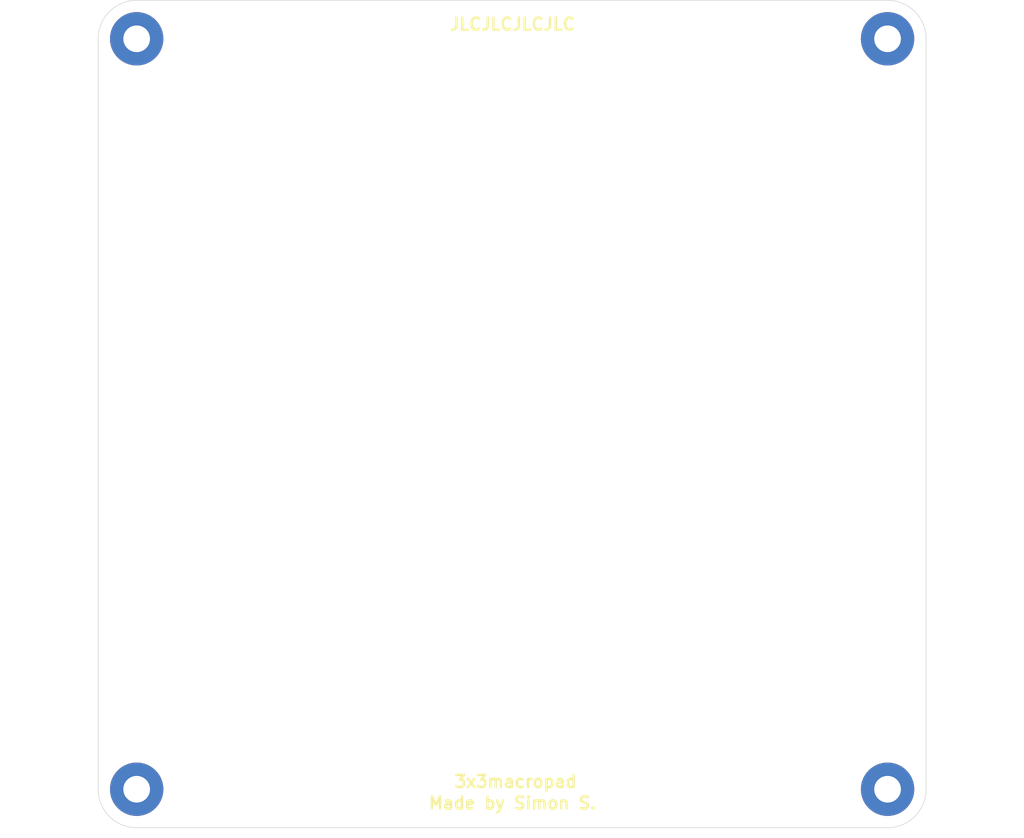
<source format=kicad_pcb>
(kicad_pcb (version 20221018) (generator pcbnew)
  (layers (0 "F.Cu" signal) (31 "B.Cu" signal) (34 "B.Paste" user) (35 "F.Paste" user) (36 "B.SilkS" user "B.Silkscreen") (37 "F.SilkS" user "F.Silkscreen") (38 "B.Mask" user) (39 "F.Mask" user) (44 "Edge.Cuts" user))
  (net 0 "")
  (footprint "MountingHole:MountingHole_2.2mm_M2_Pad" (layer "F.Cu") (at 111.125 123.825)
    (fp_text reference "REF**" hide)
    (fp_text value "MountingHole_2.2mm_M2_Pad")
    (pad "1" thru_hole circle (at 0 0) (size 4.4 4.4) (drill 2.2) (layers "*.Cu" "*.Mask"))
  )
  (footprint "MountingHole:MountingHole_2.2mm_M2_Pad" (layer "F.Cu") (at 173.0375 123.825)
    (fp_text reference "REF**" hide)
    (fp_text value "MountingHole_2.2mm_M2_Pad")
    (pad "1" thru_hole circle (at 0 0) (size 4.4 4.4) (drill 2.2) (layers "*.Cu" "*.Mask"))
  )
  (footprint "MountingHole:MountingHole_2.2mm_M2_Pad" (layer "F.Cu") (at 111.125 61.9125)
    (fp_text reference "REF**" hide)
    (fp_text value "MountingHole_2.2mm_M2_Pad")
    (pad "1" thru_hole circle (at 0 0) (size 4.4 4.4) (drill 2.2) (layers "*.Cu" "*.Mask"))
  )
  (footprint "MountingHole:MountingHole_2.2mm_M2_Pad" (layer "F.Cu") (at 173.0375 61.9125)
    (fp_text reference "REF**" hide)
    (fp_text value "MountingHole_2.2mm_M2_Pad")
    (pad "1" thru_hole circle (at 0 0) (size 4.4 4.4) (drill 2.2) (layers "*.Cu" "*.Mask"))
  )
  (gr_line (start 107.95 61.9125) (end 107.95 123.825) (stroke (width 0.05)) (layer "Edge.Cuts"))
  (gr_line (start 176.2125 123.825) (end 176.2125 61.9125) (stroke (width 0.05)) (layer "Edge.Cuts"))
  (gr_line (start 173.0375 58.7375) (end 111.125 58.7375) (stroke (width 0.05)) (layer "Edge.Cuts"))
  (gr_arc (start 111.125 127) (mid 108.879936 126.070064) (end 107.95 123.825) (stroke (width 0.05)) (layer "Edge.Cuts"))
  (gr_arc (start 107.95 61.9125) (mid 108.879936 59.667436) (end 111.125 58.7375) (stroke (width 0.05)) (layer "Edge.Cuts"))
  (gr_arc (start 176.2125 123.825) (mid 175.282564 126.070064) (end 173.0375 127) (stroke (width 0.05)) (layer "Edge.Cuts"))
  (gr_arc (start 173.0375 58.7375) (mid 175.282564 59.667436) (end 176.2125 61.9125) (stroke (width 0.05)) (layer "Edge.Cuts"))
  (gr_line (start 111.125 127) (end 173.0375 127) (stroke (width 0.05)) (layer "Edge.Cuts"))
  (gr_text "3x3macropad" (at 142.367 123.19) (layer "F.SilkS") (effects (font (size 1 1) (thickness 0.2))))
  (gr_text "JLCJLCJLCJLC" (at 142.113 60.706) (layer "F.SilkS") (effects (font (size 1 1) (thickness 0.2))))
  (gr_text "Made by Simon S." (at 142.113 124.968) (layer "F.SilkS") (effects (font (size 1 1) (thickness 0.2))))
)
</source>
